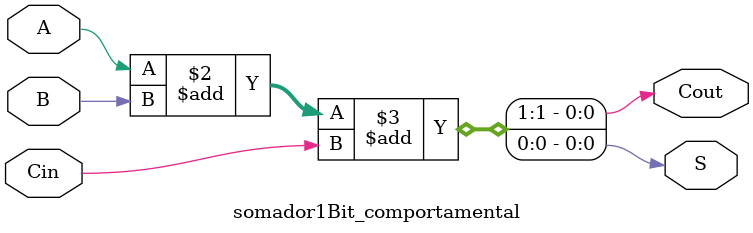
<source format=v>
/*
Somador de 1 bit 
Autor: Camila Boa Morte
Descricao: Este modulo descreve um somador completo de 1 bit utilizando o modelo comportamental

XXXI SIECOMP - Oficina Introducao ao Verilog Comportamental
*/
module somador1Bit_comportamental(output reg S, output reg Cout, input A, input B, input Cin);
	
	
	always @ (*) begin
	
		{Cout, S} = A + B + Cin;

	end

endmodule

</source>
